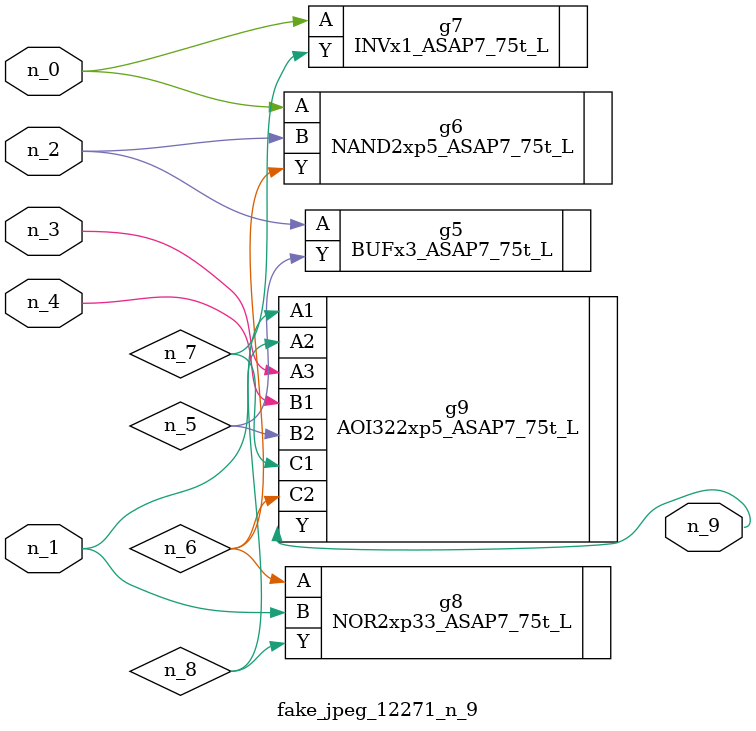
<source format=v>
module fake_jpeg_12271_n_9 (n_3, n_2, n_1, n_0, n_4, n_9);

input n_3;
input n_2;
input n_1;
input n_0;
input n_4;

output n_9;

wire n_8;
wire n_6;
wire n_5;
wire n_7;

BUFx3_ASAP7_75t_L g5 ( 
.A(n_2),
.Y(n_5)
);

NAND2xp5_ASAP7_75t_L g6 ( 
.A(n_0),
.B(n_2),
.Y(n_6)
);

INVx1_ASAP7_75t_L g7 ( 
.A(n_0),
.Y(n_7)
);

NOR2xp33_ASAP7_75t_L g8 ( 
.A(n_6),
.B(n_1),
.Y(n_8)
);

AOI322xp5_ASAP7_75t_L g9 ( 
.A1(n_8),
.A2(n_1),
.A3(n_3),
.B1(n_4),
.B2(n_5),
.C1(n_7),
.C2(n_6),
.Y(n_9)
);


endmodule
</source>
